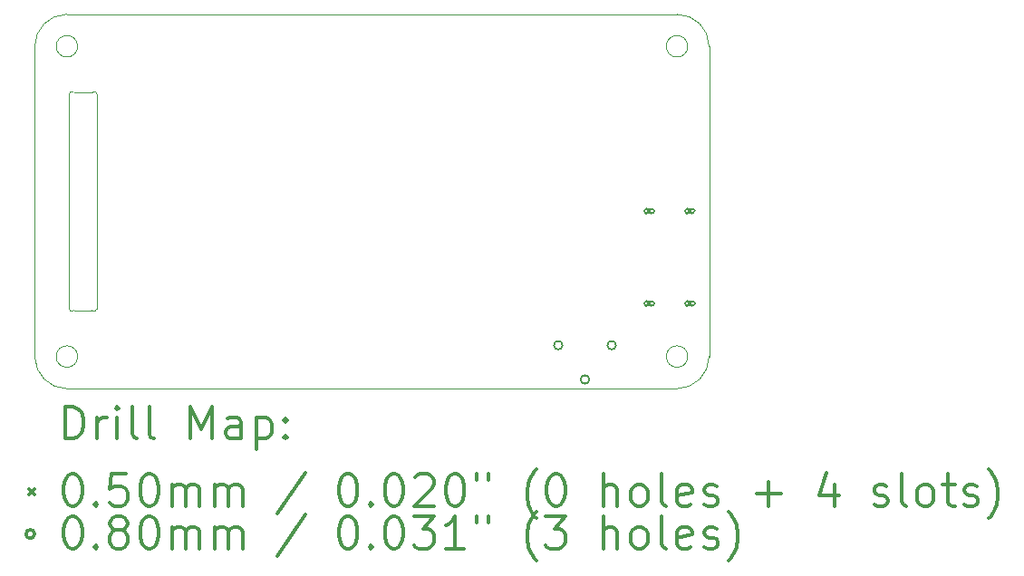
<source format=gbr>
%FSLAX45Y45*%
G04 Gerber Fmt 4.5, Leading zero omitted, Abs format (unit mm)*
G04 Created by KiCad (PCBNEW (5.1.6)-1) date 2022-07-31 05:26:36*
%MOMM*%
%LPD*%
G01*
G04 APERTURE LIST*
%TA.AperFunction,Profile*%
%ADD10C,0.050000*%
%TD*%
%ADD11C,0.200000*%
%ADD12C,0.300000*%
G04 APERTURE END LIST*
D10*
X10820000Y-11455000D02*
G75*
G03*
X10865000Y-11470000I25000J0D01*
G01*
X11080000Y-11455000D02*
G75*
G02*
X11035000Y-11470000I-25000J0D01*
G01*
X11035000Y-11470000D02*
X10865000Y-11470000D01*
X11080000Y-9445000D02*
G75*
G03*
X11035000Y-9430000I-25000J0D01*
G01*
X10820000Y-9445000D02*
G75*
G02*
X10865000Y-9430000I25000J0D01*
G01*
X11080000Y-11455000D02*
X11080000Y-9445000D01*
X10820000Y-9445000D02*
X10820000Y-11455000D01*
X10865000Y-9430000D02*
X11035000Y-9430000D01*
X16600000Y-11900000D02*
G75*
G03*
X16600000Y-11900000I-100000J0D01*
G01*
X16800000Y-11900000D02*
G75*
G02*
X16500000Y-12200000I-300000J0D01*
G01*
X16500000Y-8700000D02*
G75*
G02*
X16800000Y-9000000I0J-300000D01*
G01*
X10800000Y-12200000D02*
G75*
G02*
X10500000Y-11900000I0J300000D01*
G01*
X10800000Y-12200000D02*
X16500000Y-12200000D01*
X16800000Y-9000000D02*
X16800000Y-11900000D01*
X16500000Y-8700000D02*
X10800000Y-8700000D01*
X10500000Y-9000000D02*
G75*
G02*
X10800000Y-8700000I300000J0D01*
G01*
X10500000Y-9000000D02*
X10500000Y-11900000D01*
X16600000Y-9000000D02*
G75*
G03*
X16600000Y-9000000I-100000J0D01*
G01*
X10900000Y-9000000D02*
G75*
G03*
X10900000Y-9000000I-100000J0D01*
G01*
X10900000Y-11900000D02*
G75*
G03*
X10900000Y-11900000I-100000J0D01*
G01*
D11*
X16215000Y-10513000D02*
X16265000Y-10563000D01*
X16265000Y-10513000D02*
X16215000Y-10563000D01*
X16205000Y-10553000D02*
X16275000Y-10553000D01*
X16205000Y-10523000D02*
X16275000Y-10523000D01*
X16275000Y-10553000D02*
G75*
G03*
X16275000Y-10523000I0J15000D01*
G01*
X16205000Y-10523000D02*
G75*
G03*
X16205000Y-10553000I0J-15000D01*
G01*
X16215000Y-11377000D02*
X16265000Y-11427000D01*
X16265000Y-11377000D02*
X16215000Y-11427000D01*
X16205000Y-11417000D02*
X16275000Y-11417000D01*
X16205000Y-11387000D02*
X16275000Y-11387000D01*
X16275000Y-11417000D02*
G75*
G03*
X16275000Y-11387000I0J15000D01*
G01*
X16205000Y-11387000D02*
G75*
G03*
X16205000Y-11417000I0J-15000D01*
G01*
X16595000Y-10513000D02*
X16645000Y-10563000D01*
X16645000Y-10513000D02*
X16595000Y-10563000D01*
X16585000Y-10553000D02*
X16655000Y-10553000D01*
X16585000Y-10523000D02*
X16655000Y-10523000D01*
X16655000Y-10553000D02*
G75*
G03*
X16655000Y-10523000I0J15000D01*
G01*
X16585000Y-10523000D02*
G75*
G03*
X16585000Y-10553000I0J-15000D01*
G01*
X16595000Y-11377000D02*
X16645000Y-11427000D01*
X16645000Y-11377000D02*
X16595000Y-11427000D01*
X16585000Y-11417000D02*
X16655000Y-11417000D01*
X16585000Y-11387000D02*
X16655000Y-11387000D01*
X16655000Y-11417000D02*
G75*
G03*
X16655000Y-11387000I0J15000D01*
G01*
X16585000Y-11387000D02*
G75*
G03*
X16585000Y-11417000I0J-15000D01*
G01*
X15430000Y-11795000D02*
G75*
G03*
X15430000Y-11795000I-40000J0D01*
G01*
X15680000Y-12115000D02*
G75*
G03*
X15680000Y-12115000I-40000J0D01*
G01*
X15930000Y-11795000D02*
G75*
G03*
X15930000Y-11795000I-40000J0D01*
G01*
D12*
X10783928Y-12668214D02*
X10783928Y-12368214D01*
X10855357Y-12368214D01*
X10898214Y-12382500D01*
X10926786Y-12411071D01*
X10941071Y-12439643D01*
X10955357Y-12496786D01*
X10955357Y-12539643D01*
X10941071Y-12596786D01*
X10926786Y-12625357D01*
X10898214Y-12653929D01*
X10855357Y-12668214D01*
X10783928Y-12668214D01*
X11083928Y-12668214D02*
X11083928Y-12468214D01*
X11083928Y-12525357D02*
X11098214Y-12496786D01*
X11112500Y-12482500D01*
X11141071Y-12468214D01*
X11169643Y-12468214D01*
X11269643Y-12668214D02*
X11269643Y-12468214D01*
X11269643Y-12368214D02*
X11255357Y-12382500D01*
X11269643Y-12396786D01*
X11283928Y-12382500D01*
X11269643Y-12368214D01*
X11269643Y-12396786D01*
X11455357Y-12668214D02*
X11426786Y-12653929D01*
X11412500Y-12625357D01*
X11412500Y-12368214D01*
X11612500Y-12668214D02*
X11583928Y-12653929D01*
X11569643Y-12625357D01*
X11569643Y-12368214D01*
X11955357Y-12668214D02*
X11955357Y-12368214D01*
X12055357Y-12582500D01*
X12155357Y-12368214D01*
X12155357Y-12668214D01*
X12426786Y-12668214D02*
X12426786Y-12511071D01*
X12412500Y-12482500D01*
X12383928Y-12468214D01*
X12326786Y-12468214D01*
X12298214Y-12482500D01*
X12426786Y-12653929D02*
X12398214Y-12668214D01*
X12326786Y-12668214D01*
X12298214Y-12653929D01*
X12283928Y-12625357D01*
X12283928Y-12596786D01*
X12298214Y-12568214D01*
X12326786Y-12553929D01*
X12398214Y-12553929D01*
X12426786Y-12539643D01*
X12569643Y-12468214D02*
X12569643Y-12768214D01*
X12569643Y-12482500D02*
X12598214Y-12468214D01*
X12655357Y-12468214D01*
X12683928Y-12482500D01*
X12698214Y-12496786D01*
X12712500Y-12525357D01*
X12712500Y-12611071D01*
X12698214Y-12639643D01*
X12683928Y-12653929D01*
X12655357Y-12668214D01*
X12598214Y-12668214D01*
X12569643Y-12653929D01*
X12841071Y-12639643D02*
X12855357Y-12653929D01*
X12841071Y-12668214D01*
X12826786Y-12653929D01*
X12841071Y-12639643D01*
X12841071Y-12668214D01*
X12841071Y-12482500D02*
X12855357Y-12496786D01*
X12841071Y-12511071D01*
X12826786Y-12496786D01*
X12841071Y-12482500D01*
X12841071Y-12511071D01*
X10447500Y-13137500D02*
X10497500Y-13187500D01*
X10497500Y-13137500D02*
X10447500Y-13187500D01*
X10841071Y-12998214D02*
X10869643Y-12998214D01*
X10898214Y-13012500D01*
X10912500Y-13026786D01*
X10926786Y-13055357D01*
X10941071Y-13112500D01*
X10941071Y-13183929D01*
X10926786Y-13241071D01*
X10912500Y-13269643D01*
X10898214Y-13283929D01*
X10869643Y-13298214D01*
X10841071Y-13298214D01*
X10812500Y-13283929D01*
X10798214Y-13269643D01*
X10783928Y-13241071D01*
X10769643Y-13183929D01*
X10769643Y-13112500D01*
X10783928Y-13055357D01*
X10798214Y-13026786D01*
X10812500Y-13012500D01*
X10841071Y-12998214D01*
X11069643Y-13269643D02*
X11083928Y-13283929D01*
X11069643Y-13298214D01*
X11055357Y-13283929D01*
X11069643Y-13269643D01*
X11069643Y-13298214D01*
X11355357Y-12998214D02*
X11212500Y-12998214D01*
X11198214Y-13141071D01*
X11212500Y-13126786D01*
X11241071Y-13112500D01*
X11312500Y-13112500D01*
X11341071Y-13126786D01*
X11355357Y-13141071D01*
X11369643Y-13169643D01*
X11369643Y-13241071D01*
X11355357Y-13269643D01*
X11341071Y-13283929D01*
X11312500Y-13298214D01*
X11241071Y-13298214D01*
X11212500Y-13283929D01*
X11198214Y-13269643D01*
X11555357Y-12998214D02*
X11583928Y-12998214D01*
X11612500Y-13012500D01*
X11626786Y-13026786D01*
X11641071Y-13055357D01*
X11655357Y-13112500D01*
X11655357Y-13183929D01*
X11641071Y-13241071D01*
X11626786Y-13269643D01*
X11612500Y-13283929D01*
X11583928Y-13298214D01*
X11555357Y-13298214D01*
X11526786Y-13283929D01*
X11512500Y-13269643D01*
X11498214Y-13241071D01*
X11483928Y-13183929D01*
X11483928Y-13112500D01*
X11498214Y-13055357D01*
X11512500Y-13026786D01*
X11526786Y-13012500D01*
X11555357Y-12998214D01*
X11783928Y-13298214D02*
X11783928Y-13098214D01*
X11783928Y-13126786D02*
X11798214Y-13112500D01*
X11826786Y-13098214D01*
X11869643Y-13098214D01*
X11898214Y-13112500D01*
X11912500Y-13141071D01*
X11912500Y-13298214D01*
X11912500Y-13141071D02*
X11926786Y-13112500D01*
X11955357Y-13098214D01*
X11998214Y-13098214D01*
X12026786Y-13112500D01*
X12041071Y-13141071D01*
X12041071Y-13298214D01*
X12183928Y-13298214D02*
X12183928Y-13098214D01*
X12183928Y-13126786D02*
X12198214Y-13112500D01*
X12226786Y-13098214D01*
X12269643Y-13098214D01*
X12298214Y-13112500D01*
X12312500Y-13141071D01*
X12312500Y-13298214D01*
X12312500Y-13141071D02*
X12326786Y-13112500D01*
X12355357Y-13098214D01*
X12398214Y-13098214D01*
X12426786Y-13112500D01*
X12441071Y-13141071D01*
X12441071Y-13298214D01*
X13026786Y-12983929D02*
X12769643Y-13369643D01*
X13412500Y-12998214D02*
X13441071Y-12998214D01*
X13469643Y-13012500D01*
X13483928Y-13026786D01*
X13498214Y-13055357D01*
X13512500Y-13112500D01*
X13512500Y-13183929D01*
X13498214Y-13241071D01*
X13483928Y-13269643D01*
X13469643Y-13283929D01*
X13441071Y-13298214D01*
X13412500Y-13298214D01*
X13383928Y-13283929D01*
X13369643Y-13269643D01*
X13355357Y-13241071D01*
X13341071Y-13183929D01*
X13341071Y-13112500D01*
X13355357Y-13055357D01*
X13369643Y-13026786D01*
X13383928Y-13012500D01*
X13412500Y-12998214D01*
X13641071Y-13269643D02*
X13655357Y-13283929D01*
X13641071Y-13298214D01*
X13626786Y-13283929D01*
X13641071Y-13269643D01*
X13641071Y-13298214D01*
X13841071Y-12998214D02*
X13869643Y-12998214D01*
X13898214Y-13012500D01*
X13912500Y-13026786D01*
X13926786Y-13055357D01*
X13941071Y-13112500D01*
X13941071Y-13183929D01*
X13926786Y-13241071D01*
X13912500Y-13269643D01*
X13898214Y-13283929D01*
X13869643Y-13298214D01*
X13841071Y-13298214D01*
X13812500Y-13283929D01*
X13798214Y-13269643D01*
X13783928Y-13241071D01*
X13769643Y-13183929D01*
X13769643Y-13112500D01*
X13783928Y-13055357D01*
X13798214Y-13026786D01*
X13812500Y-13012500D01*
X13841071Y-12998214D01*
X14055357Y-13026786D02*
X14069643Y-13012500D01*
X14098214Y-12998214D01*
X14169643Y-12998214D01*
X14198214Y-13012500D01*
X14212500Y-13026786D01*
X14226786Y-13055357D01*
X14226786Y-13083929D01*
X14212500Y-13126786D01*
X14041071Y-13298214D01*
X14226786Y-13298214D01*
X14412500Y-12998214D02*
X14441071Y-12998214D01*
X14469643Y-13012500D01*
X14483928Y-13026786D01*
X14498214Y-13055357D01*
X14512500Y-13112500D01*
X14512500Y-13183929D01*
X14498214Y-13241071D01*
X14483928Y-13269643D01*
X14469643Y-13283929D01*
X14441071Y-13298214D01*
X14412500Y-13298214D01*
X14383928Y-13283929D01*
X14369643Y-13269643D01*
X14355357Y-13241071D01*
X14341071Y-13183929D01*
X14341071Y-13112500D01*
X14355357Y-13055357D01*
X14369643Y-13026786D01*
X14383928Y-13012500D01*
X14412500Y-12998214D01*
X14626786Y-12998214D02*
X14626786Y-13055357D01*
X14741071Y-12998214D02*
X14741071Y-13055357D01*
X15183928Y-13412500D02*
X15169643Y-13398214D01*
X15141071Y-13355357D01*
X15126786Y-13326786D01*
X15112500Y-13283929D01*
X15098214Y-13212500D01*
X15098214Y-13155357D01*
X15112500Y-13083929D01*
X15126786Y-13041071D01*
X15141071Y-13012500D01*
X15169643Y-12969643D01*
X15183928Y-12955357D01*
X15355357Y-12998214D02*
X15383928Y-12998214D01*
X15412500Y-13012500D01*
X15426786Y-13026786D01*
X15441071Y-13055357D01*
X15455357Y-13112500D01*
X15455357Y-13183929D01*
X15441071Y-13241071D01*
X15426786Y-13269643D01*
X15412500Y-13283929D01*
X15383928Y-13298214D01*
X15355357Y-13298214D01*
X15326786Y-13283929D01*
X15312500Y-13269643D01*
X15298214Y-13241071D01*
X15283928Y-13183929D01*
X15283928Y-13112500D01*
X15298214Y-13055357D01*
X15312500Y-13026786D01*
X15326786Y-13012500D01*
X15355357Y-12998214D01*
X15812500Y-13298214D02*
X15812500Y-12998214D01*
X15941071Y-13298214D02*
X15941071Y-13141071D01*
X15926786Y-13112500D01*
X15898214Y-13098214D01*
X15855357Y-13098214D01*
X15826786Y-13112500D01*
X15812500Y-13126786D01*
X16126786Y-13298214D02*
X16098214Y-13283929D01*
X16083928Y-13269643D01*
X16069643Y-13241071D01*
X16069643Y-13155357D01*
X16083928Y-13126786D01*
X16098214Y-13112500D01*
X16126786Y-13098214D01*
X16169643Y-13098214D01*
X16198214Y-13112500D01*
X16212500Y-13126786D01*
X16226786Y-13155357D01*
X16226786Y-13241071D01*
X16212500Y-13269643D01*
X16198214Y-13283929D01*
X16169643Y-13298214D01*
X16126786Y-13298214D01*
X16398214Y-13298214D02*
X16369643Y-13283929D01*
X16355357Y-13255357D01*
X16355357Y-12998214D01*
X16626786Y-13283929D02*
X16598214Y-13298214D01*
X16541071Y-13298214D01*
X16512500Y-13283929D01*
X16498214Y-13255357D01*
X16498214Y-13141071D01*
X16512500Y-13112500D01*
X16541071Y-13098214D01*
X16598214Y-13098214D01*
X16626786Y-13112500D01*
X16641071Y-13141071D01*
X16641071Y-13169643D01*
X16498214Y-13198214D01*
X16755357Y-13283929D02*
X16783928Y-13298214D01*
X16841071Y-13298214D01*
X16869643Y-13283929D01*
X16883928Y-13255357D01*
X16883928Y-13241071D01*
X16869643Y-13212500D01*
X16841071Y-13198214D01*
X16798214Y-13198214D01*
X16769643Y-13183929D01*
X16755357Y-13155357D01*
X16755357Y-13141071D01*
X16769643Y-13112500D01*
X16798214Y-13098214D01*
X16841071Y-13098214D01*
X16869643Y-13112500D01*
X17241071Y-13183929D02*
X17469643Y-13183929D01*
X17355357Y-13298214D02*
X17355357Y-13069643D01*
X17969643Y-13098214D02*
X17969643Y-13298214D01*
X17898214Y-12983929D02*
X17826786Y-13198214D01*
X18012500Y-13198214D01*
X18341071Y-13283929D02*
X18369643Y-13298214D01*
X18426786Y-13298214D01*
X18455357Y-13283929D01*
X18469643Y-13255357D01*
X18469643Y-13241071D01*
X18455357Y-13212500D01*
X18426786Y-13198214D01*
X18383928Y-13198214D01*
X18355357Y-13183929D01*
X18341071Y-13155357D01*
X18341071Y-13141071D01*
X18355357Y-13112500D01*
X18383928Y-13098214D01*
X18426786Y-13098214D01*
X18455357Y-13112500D01*
X18641071Y-13298214D02*
X18612500Y-13283929D01*
X18598214Y-13255357D01*
X18598214Y-12998214D01*
X18798214Y-13298214D02*
X18769643Y-13283929D01*
X18755357Y-13269643D01*
X18741071Y-13241071D01*
X18741071Y-13155357D01*
X18755357Y-13126786D01*
X18769643Y-13112500D01*
X18798214Y-13098214D01*
X18841071Y-13098214D01*
X18869643Y-13112500D01*
X18883928Y-13126786D01*
X18898214Y-13155357D01*
X18898214Y-13241071D01*
X18883928Y-13269643D01*
X18869643Y-13283929D01*
X18841071Y-13298214D01*
X18798214Y-13298214D01*
X18983928Y-13098214D02*
X19098214Y-13098214D01*
X19026786Y-12998214D02*
X19026786Y-13255357D01*
X19041071Y-13283929D01*
X19069643Y-13298214D01*
X19098214Y-13298214D01*
X19183928Y-13283929D02*
X19212500Y-13298214D01*
X19269643Y-13298214D01*
X19298214Y-13283929D01*
X19312500Y-13255357D01*
X19312500Y-13241071D01*
X19298214Y-13212500D01*
X19269643Y-13198214D01*
X19226786Y-13198214D01*
X19198214Y-13183929D01*
X19183928Y-13155357D01*
X19183928Y-13141071D01*
X19198214Y-13112500D01*
X19226786Y-13098214D01*
X19269643Y-13098214D01*
X19298214Y-13112500D01*
X19412500Y-13412500D02*
X19426786Y-13398214D01*
X19455357Y-13355357D01*
X19469643Y-13326786D01*
X19483928Y-13283929D01*
X19498214Y-13212500D01*
X19498214Y-13155357D01*
X19483928Y-13083929D01*
X19469643Y-13041071D01*
X19455357Y-13012500D01*
X19426786Y-12969643D01*
X19412500Y-12955357D01*
X10497500Y-13558500D02*
G75*
G03*
X10497500Y-13558500I-40000J0D01*
G01*
X10841071Y-13394214D02*
X10869643Y-13394214D01*
X10898214Y-13408500D01*
X10912500Y-13422786D01*
X10926786Y-13451357D01*
X10941071Y-13508500D01*
X10941071Y-13579929D01*
X10926786Y-13637071D01*
X10912500Y-13665643D01*
X10898214Y-13679929D01*
X10869643Y-13694214D01*
X10841071Y-13694214D01*
X10812500Y-13679929D01*
X10798214Y-13665643D01*
X10783928Y-13637071D01*
X10769643Y-13579929D01*
X10769643Y-13508500D01*
X10783928Y-13451357D01*
X10798214Y-13422786D01*
X10812500Y-13408500D01*
X10841071Y-13394214D01*
X11069643Y-13665643D02*
X11083928Y-13679929D01*
X11069643Y-13694214D01*
X11055357Y-13679929D01*
X11069643Y-13665643D01*
X11069643Y-13694214D01*
X11255357Y-13522786D02*
X11226786Y-13508500D01*
X11212500Y-13494214D01*
X11198214Y-13465643D01*
X11198214Y-13451357D01*
X11212500Y-13422786D01*
X11226786Y-13408500D01*
X11255357Y-13394214D01*
X11312500Y-13394214D01*
X11341071Y-13408500D01*
X11355357Y-13422786D01*
X11369643Y-13451357D01*
X11369643Y-13465643D01*
X11355357Y-13494214D01*
X11341071Y-13508500D01*
X11312500Y-13522786D01*
X11255357Y-13522786D01*
X11226786Y-13537071D01*
X11212500Y-13551357D01*
X11198214Y-13579929D01*
X11198214Y-13637071D01*
X11212500Y-13665643D01*
X11226786Y-13679929D01*
X11255357Y-13694214D01*
X11312500Y-13694214D01*
X11341071Y-13679929D01*
X11355357Y-13665643D01*
X11369643Y-13637071D01*
X11369643Y-13579929D01*
X11355357Y-13551357D01*
X11341071Y-13537071D01*
X11312500Y-13522786D01*
X11555357Y-13394214D02*
X11583928Y-13394214D01*
X11612500Y-13408500D01*
X11626786Y-13422786D01*
X11641071Y-13451357D01*
X11655357Y-13508500D01*
X11655357Y-13579929D01*
X11641071Y-13637071D01*
X11626786Y-13665643D01*
X11612500Y-13679929D01*
X11583928Y-13694214D01*
X11555357Y-13694214D01*
X11526786Y-13679929D01*
X11512500Y-13665643D01*
X11498214Y-13637071D01*
X11483928Y-13579929D01*
X11483928Y-13508500D01*
X11498214Y-13451357D01*
X11512500Y-13422786D01*
X11526786Y-13408500D01*
X11555357Y-13394214D01*
X11783928Y-13694214D02*
X11783928Y-13494214D01*
X11783928Y-13522786D02*
X11798214Y-13508500D01*
X11826786Y-13494214D01*
X11869643Y-13494214D01*
X11898214Y-13508500D01*
X11912500Y-13537071D01*
X11912500Y-13694214D01*
X11912500Y-13537071D02*
X11926786Y-13508500D01*
X11955357Y-13494214D01*
X11998214Y-13494214D01*
X12026786Y-13508500D01*
X12041071Y-13537071D01*
X12041071Y-13694214D01*
X12183928Y-13694214D02*
X12183928Y-13494214D01*
X12183928Y-13522786D02*
X12198214Y-13508500D01*
X12226786Y-13494214D01*
X12269643Y-13494214D01*
X12298214Y-13508500D01*
X12312500Y-13537071D01*
X12312500Y-13694214D01*
X12312500Y-13537071D02*
X12326786Y-13508500D01*
X12355357Y-13494214D01*
X12398214Y-13494214D01*
X12426786Y-13508500D01*
X12441071Y-13537071D01*
X12441071Y-13694214D01*
X13026786Y-13379929D02*
X12769643Y-13765643D01*
X13412500Y-13394214D02*
X13441071Y-13394214D01*
X13469643Y-13408500D01*
X13483928Y-13422786D01*
X13498214Y-13451357D01*
X13512500Y-13508500D01*
X13512500Y-13579929D01*
X13498214Y-13637071D01*
X13483928Y-13665643D01*
X13469643Y-13679929D01*
X13441071Y-13694214D01*
X13412500Y-13694214D01*
X13383928Y-13679929D01*
X13369643Y-13665643D01*
X13355357Y-13637071D01*
X13341071Y-13579929D01*
X13341071Y-13508500D01*
X13355357Y-13451357D01*
X13369643Y-13422786D01*
X13383928Y-13408500D01*
X13412500Y-13394214D01*
X13641071Y-13665643D02*
X13655357Y-13679929D01*
X13641071Y-13694214D01*
X13626786Y-13679929D01*
X13641071Y-13665643D01*
X13641071Y-13694214D01*
X13841071Y-13394214D02*
X13869643Y-13394214D01*
X13898214Y-13408500D01*
X13912500Y-13422786D01*
X13926786Y-13451357D01*
X13941071Y-13508500D01*
X13941071Y-13579929D01*
X13926786Y-13637071D01*
X13912500Y-13665643D01*
X13898214Y-13679929D01*
X13869643Y-13694214D01*
X13841071Y-13694214D01*
X13812500Y-13679929D01*
X13798214Y-13665643D01*
X13783928Y-13637071D01*
X13769643Y-13579929D01*
X13769643Y-13508500D01*
X13783928Y-13451357D01*
X13798214Y-13422786D01*
X13812500Y-13408500D01*
X13841071Y-13394214D01*
X14041071Y-13394214D02*
X14226786Y-13394214D01*
X14126786Y-13508500D01*
X14169643Y-13508500D01*
X14198214Y-13522786D01*
X14212500Y-13537071D01*
X14226786Y-13565643D01*
X14226786Y-13637071D01*
X14212500Y-13665643D01*
X14198214Y-13679929D01*
X14169643Y-13694214D01*
X14083928Y-13694214D01*
X14055357Y-13679929D01*
X14041071Y-13665643D01*
X14512500Y-13694214D02*
X14341071Y-13694214D01*
X14426786Y-13694214D02*
X14426786Y-13394214D01*
X14398214Y-13437071D01*
X14369643Y-13465643D01*
X14341071Y-13479929D01*
X14626786Y-13394214D02*
X14626786Y-13451357D01*
X14741071Y-13394214D02*
X14741071Y-13451357D01*
X15183928Y-13808500D02*
X15169643Y-13794214D01*
X15141071Y-13751357D01*
X15126786Y-13722786D01*
X15112500Y-13679929D01*
X15098214Y-13608500D01*
X15098214Y-13551357D01*
X15112500Y-13479929D01*
X15126786Y-13437071D01*
X15141071Y-13408500D01*
X15169643Y-13365643D01*
X15183928Y-13351357D01*
X15269643Y-13394214D02*
X15455357Y-13394214D01*
X15355357Y-13508500D01*
X15398214Y-13508500D01*
X15426786Y-13522786D01*
X15441071Y-13537071D01*
X15455357Y-13565643D01*
X15455357Y-13637071D01*
X15441071Y-13665643D01*
X15426786Y-13679929D01*
X15398214Y-13694214D01*
X15312500Y-13694214D01*
X15283928Y-13679929D01*
X15269643Y-13665643D01*
X15812500Y-13694214D02*
X15812500Y-13394214D01*
X15941071Y-13694214D02*
X15941071Y-13537071D01*
X15926786Y-13508500D01*
X15898214Y-13494214D01*
X15855357Y-13494214D01*
X15826786Y-13508500D01*
X15812500Y-13522786D01*
X16126786Y-13694214D02*
X16098214Y-13679929D01*
X16083928Y-13665643D01*
X16069643Y-13637071D01*
X16069643Y-13551357D01*
X16083928Y-13522786D01*
X16098214Y-13508500D01*
X16126786Y-13494214D01*
X16169643Y-13494214D01*
X16198214Y-13508500D01*
X16212500Y-13522786D01*
X16226786Y-13551357D01*
X16226786Y-13637071D01*
X16212500Y-13665643D01*
X16198214Y-13679929D01*
X16169643Y-13694214D01*
X16126786Y-13694214D01*
X16398214Y-13694214D02*
X16369643Y-13679929D01*
X16355357Y-13651357D01*
X16355357Y-13394214D01*
X16626786Y-13679929D02*
X16598214Y-13694214D01*
X16541071Y-13694214D01*
X16512500Y-13679929D01*
X16498214Y-13651357D01*
X16498214Y-13537071D01*
X16512500Y-13508500D01*
X16541071Y-13494214D01*
X16598214Y-13494214D01*
X16626786Y-13508500D01*
X16641071Y-13537071D01*
X16641071Y-13565643D01*
X16498214Y-13594214D01*
X16755357Y-13679929D02*
X16783928Y-13694214D01*
X16841071Y-13694214D01*
X16869643Y-13679929D01*
X16883928Y-13651357D01*
X16883928Y-13637071D01*
X16869643Y-13608500D01*
X16841071Y-13594214D01*
X16798214Y-13594214D01*
X16769643Y-13579929D01*
X16755357Y-13551357D01*
X16755357Y-13537071D01*
X16769643Y-13508500D01*
X16798214Y-13494214D01*
X16841071Y-13494214D01*
X16869643Y-13508500D01*
X16983928Y-13808500D02*
X16998214Y-13794214D01*
X17026786Y-13751357D01*
X17041071Y-13722786D01*
X17055357Y-13679929D01*
X17069643Y-13608500D01*
X17069643Y-13551357D01*
X17055357Y-13479929D01*
X17041071Y-13437071D01*
X17026786Y-13408500D01*
X16998214Y-13365643D01*
X16983928Y-13351357D01*
M02*

</source>
